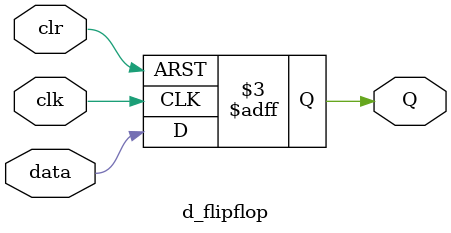
<source format=v>
`timescale 1ns / 1ps


module d_flipflop(
    input clk,
    input data,
    input clr,
    output reg Q = 0
    );
    always @(posedge clr, posedge clk) begin
        if (clr)
            Q <= 0;
        else if (clk)
            Q <= data;
    end
endmodule

</source>
